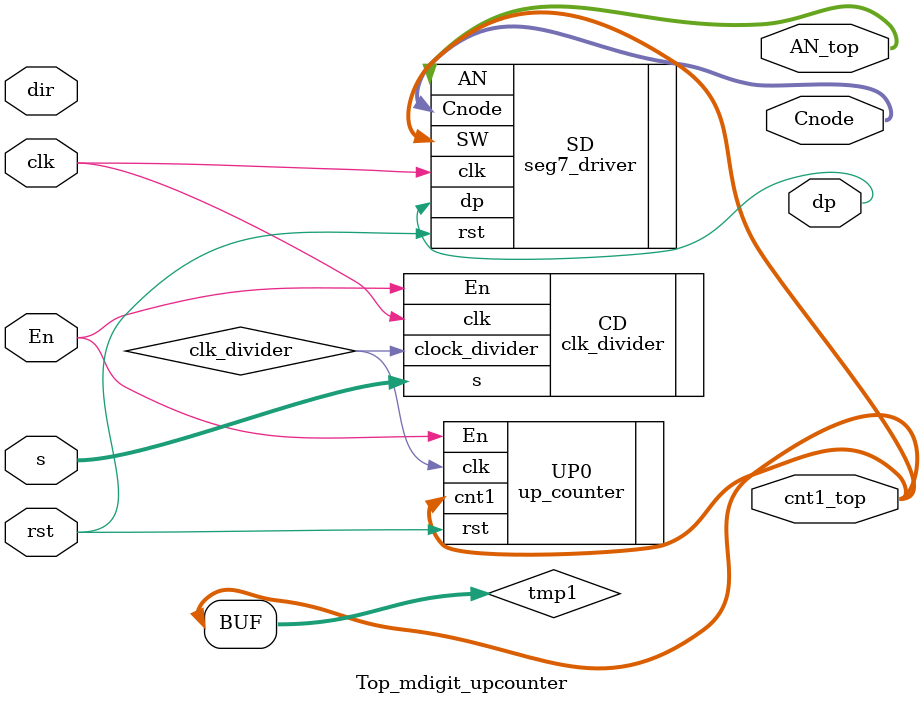
<source format=v>
`timescale 1ns / 1ps


module Top_mdigit_upcounter
(
    input clk,rst,
    input [4:0] s,
    input dir,
    input En,
    
    output dp,
    output wire [6:0] Cnode,//7 segment display
    output wire [7:0] AN_top,//7 segment display
    output wire [7:0] cnt1_top//led display
    
    );
    reg [31:0] SW;
    
    wire clk_divider;
    wire [7:0] tmp1;    
    
    
    
            clk_divider CD
                    (
                    .clk(clk),
                    //.rst(rst),
                    .En(En),
                    .s(s),
                    .clock_divider(clk_divider)      
                    );
                    
            /*wire tmp1;
            assign tmp1 = clk_divider;*/
            
            up_counter UP0
                    (
                    .clk(clk_divider),
                    .rst(rst),
                    .En(En),
                    .cnt1(cnt1_top)
                    );
                    assign tmp1 = cnt1_top;
        /*seg7_wrapper(
                   .clk(clk),
                   .rst(rst),
                   .dir(dir),
                   .Cnode(Cnode),
                   .SW(tmp),
                   .dp(dp), 
                   .AN(AN_top) 
                   );*/
        
       seg7_driver SD
                   (
                   .clk(clk),
                   .rst(rst),
                   .SW(tmp1),
                   .Cnode(Cnode), 
                   .dp(dp), 
                   .AN(AN_top)
                   );
    
endmodule

</source>
